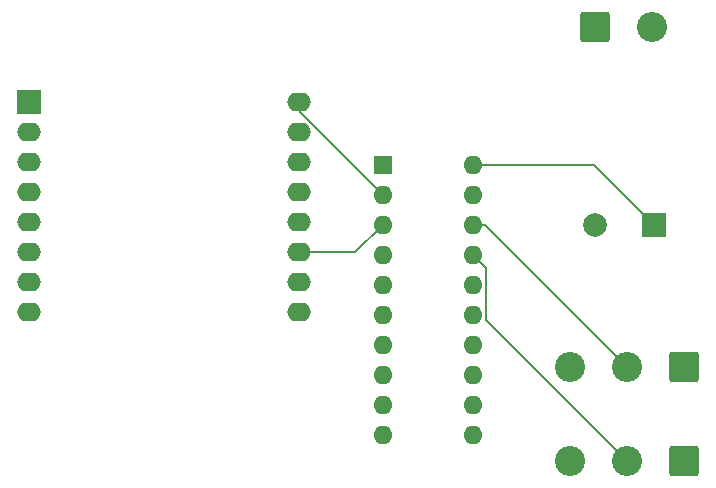
<source format=gbr>
%TF.GenerationSoftware,KiCad,Pcbnew,8.0.4*%
%TF.CreationDate,2024-09-06T23:51:22+02:00*%
%TF.ProjectId,pcb,7063622e-6b69-4636-9164-5f7063625858,rev?*%
%TF.SameCoordinates,Original*%
%TF.FileFunction,Copper,L2,Bot*%
%TF.FilePolarity,Positive*%
%FSLAX46Y46*%
G04 Gerber Fmt 4.6, Leading zero omitted, Abs format (unit mm)*
G04 Created by KiCad (PCBNEW 8.0.4) date 2024-09-06 23:51:22*
%MOMM*%
%LPD*%
G01*
G04 APERTURE LIST*
G04 Aperture macros list*
%AMRoundRect*
0 Rectangle with rounded corners*
0 $1 Rounding radius*
0 $2 $3 $4 $5 $6 $7 $8 $9 X,Y pos of 4 corners*
0 Add a 4 corners polygon primitive as box body*
4,1,4,$2,$3,$4,$5,$6,$7,$8,$9,$2,$3,0*
0 Add four circle primitives for the rounded corners*
1,1,$1+$1,$2,$3*
1,1,$1+$1,$4,$5*
1,1,$1+$1,$6,$7*
1,1,$1+$1,$8,$9*
0 Add four rect primitives between the rounded corners*
20,1,$1+$1,$2,$3,$4,$5,0*
20,1,$1+$1,$4,$5,$6,$7,0*
20,1,$1+$1,$6,$7,$8,$9,0*
20,1,$1+$1,$8,$9,$2,$3,0*%
G04 Aperture macros list end*
%TA.AperFunction,ComponentPad*%
%ADD10C,2.550000*%
%TD*%
%TA.AperFunction,ComponentPad*%
%ADD11RoundRect,0.249999X1.025001X1.025001X-1.025001X1.025001X-1.025001X-1.025001X1.025001X-1.025001X0*%
%TD*%
%TA.AperFunction,ComponentPad*%
%ADD12R,1.600000X1.600000*%
%TD*%
%TA.AperFunction,ComponentPad*%
%ADD13O,1.600000X1.600000*%
%TD*%
%TA.AperFunction,ComponentPad*%
%ADD14RoundRect,0.249999X-1.025001X-1.025001X1.025001X-1.025001X1.025001X1.025001X-1.025001X1.025001X0*%
%TD*%
%TA.AperFunction,ComponentPad*%
%ADD15R,2.000000X2.000000*%
%TD*%
%TA.AperFunction,ComponentPad*%
%ADD16O,2.000000X1.600000*%
%TD*%
%TA.AperFunction,ComponentPad*%
%ADD17C,2.000000*%
%TD*%
%TA.AperFunction,Conductor*%
%ADD18C,0.200000*%
%TD*%
G04 APERTURE END LIST*
D10*
%TO.P,GND  DAT  +5V,3,Pin_3*%
%TO.N,GND*%
X122900000Y-85500000D03*
%TO.P,GND  DAT  +5V,2,Pin_2*%
%TO.N,Net-(LED-GPIO1-Pin_2)*%
X127700000Y-85500000D03*
D11*
%TO.P,GND  DAT  +5V,1,Pin_1*%
%TO.N,+5VD*%
X132500000Y-85500000D03*
%TD*%
D12*
%TO.P,U2,1,A->B*%
%TO.N,+5VD*%
X107000000Y-68420000D03*
D13*
%TO.P,U2,2,A0*%
%TO.N,Net-(U1-TX)*%
X107000000Y-70960000D03*
%TO.P,U2,3,A1*%
%TO.N,Net-(U1-D4)*%
X107000000Y-73500000D03*
%TO.P,U2,4,A2*%
%TO.N,unconnected-(U2-A2-Pad4)*%
X107000000Y-76040000D03*
%TO.P,U2,5,A3*%
%TO.N,unconnected-(U2-A3-Pad5)*%
X107000000Y-78580000D03*
%TO.P,U2,6,A4*%
%TO.N,unconnected-(U2-A4-Pad6)*%
X107000000Y-81120000D03*
%TO.P,U2,7,A5*%
%TO.N,unconnected-(U2-A5-Pad7)*%
X107000000Y-83660000D03*
%TO.P,U2,8,A6*%
%TO.N,unconnected-(U2-A6-Pad8)*%
X107000000Y-86200000D03*
%TO.P,U2,9,A7*%
%TO.N,unconnected-(U2-A7-Pad9)*%
X107000000Y-88740000D03*
%TO.P,U2,10,GND*%
%TO.N,GND*%
X107000000Y-91280000D03*
%TO.P,U2,11,B7*%
%TO.N,unconnected-(U2-B7-Pad11)*%
X114620000Y-91280000D03*
%TO.P,U2,12,B6*%
%TO.N,unconnected-(U2-B6-Pad12)*%
X114620000Y-88740000D03*
%TO.P,U2,13,B5*%
%TO.N,unconnected-(U2-B5-Pad13)*%
X114620000Y-86200000D03*
%TO.P,U2,14,B4*%
%TO.N,unconnected-(U2-B4-Pad14)*%
X114620000Y-83660000D03*
%TO.P,U2,15,B3*%
%TO.N,unconnected-(U2-B3-Pad15)*%
X114620000Y-81120000D03*
%TO.P,U2,16,B2*%
%TO.N,unconnected-(U2-B2-Pad16)*%
X114620000Y-78580000D03*
%TO.P,U2,17,B1*%
%TO.N,Net-(LED-GPIO2-Pin_2)*%
X114620000Y-76040000D03*
%TO.P,U2,18,B0*%
%TO.N,Net-(LED-GPIO1-Pin_2)*%
X114620000Y-73500000D03*
%TO.P,U2,19,CE*%
%TO.N,GND*%
X114620000Y-70960000D03*
%TO.P,U2,20,VCC*%
%TO.N,+5VD*%
X114620000Y-68420000D03*
%TD*%
D14*
%TO.P,GND  +5V,1,Pin_1*%
%TO.N,GND*%
X125000000Y-56700000D03*
D10*
%TO.P,GND  +5V,2,Pin_2*%
%TO.N,+5VD*%
X129800000Y-56700000D03*
%TD*%
%TO.P,GND  DAT  +5V,3,Pin_3*%
%TO.N,GND*%
X122900000Y-93500000D03*
%TO.P,GND  DAT  +5V,2,Pin_2*%
%TO.N,Net-(LED-GPIO2-Pin_2)*%
X127700000Y-93500000D03*
D11*
%TO.P,GND  DAT  +5V,1,Pin_1*%
%TO.N,+5VD*%
X132500000Y-93500000D03*
%TD*%
D15*
%TO.P,U1,1,~{RST}*%
%TO.N,unconnected-(U1-~{RST}-Pad1)*%
X77055000Y-63110000D03*
D16*
%TO.P,U1,2,A0*%
%TO.N,unconnected-(U1-A0-Pad2)*%
X77055000Y-65650000D03*
%TO.P,U1,3,D0*%
%TO.N,unconnected-(U1-D0-Pad3)*%
X77055000Y-68190000D03*
%TO.P,U1,4,SCK/D5*%
%TO.N,unconnected-(U1-SCK{slash}D5-Pad4)*%
X77055000Y-70730000D03*
%TO.P,U1,5,MISO/D6*%
%TO.N,unconnected-(U1-MISO{slash}D6-Pad5)*%
X77055000Y-73270000D03*
%TO.P,U1,6,MOSI/D7*%
%TO.N,unconnected-(U1-MOSI{slash}D7-Pad6)*%
X77055000Y-75810000D03*
%TO.P,U1,7,CS/D8*%
%TO.N,unconnected-(U1-CS{slash}D8-Pad7)*%
X77055000Y-78350000D03*
%TO.P,U1,8,3V3*%
%TO.N,unconnected-(U1-3V3-Pad8)*%
X77055000Y-80890000D03*
%TO.P,U1,9,5V*%
%TO.N,+5VD*%
X99915000Y-80890000D03*
%TO.P,U1,10,GND*%
%TO.N,GND*%
X99915000Y-78350000D03*
%TO.P,U1,11,D4*%
%TO.N,Net-(U1-D4)*%
X99915000Y-75810000D03*
%TO.P,U1,12,D3*%
%TO.N,unconnected-(U1-D3-Pad12)*%
X99915000Y-73270000D03*
%TO.P,U1,13,SDA/D2*%
%TO.N,unconnected-(U1-SDA{slash}D2-Pad13)*%
X99915000Y-70730000D03*
%TO.P,U1,14,SCL/D1*%
%TO.N,unconnected-(U1-SCL{slash}D1-Pad14)*%
X99915000Y-68190000D03*
%TO.P,U1,15,RX*%
%TO.N,unconnected-(U1-RX-Pad15)*%
X99915000Y-65650000D03*
%TO.P,U1,16,TX*%
%TO.N,Net-(U1-TX)*%
X99915000Y-63110000D03*
%TD*%
D15*
%TO.P,C1,1*%
%TO.N,+5VD*%
X130000000Y-73500000D03*
D17*
%TO.P,C1,2*%
%TO.N,GND*%
X125000000Y-73500000D03*
%TD*%
D18*
%TO.N,+5VD*%
X114620000Y-68420000D02*
X124920000Y-68420000D01*
X124920000Y-68420000D02*
X130000000Y-73500000D01*
%TO.N,Net-(LED-GPIO2-Pin_2)*%
X114620000Y-76040000D02*
X115720000Y-77140000D01*
X115720000Y-77140000D02*
X115720000Y-81520000D01*
X115720000Y-81520000D02*
X127700000Y-93500000D01*
%TO.N,Net-(LED-GPIO1-Pin_2)*%
X114620000Y-73500000D02*
X115700000Y-73500000D01*
X115700000Y-73500000D02*
X127700000Y-85500000D01*
%TO.N,Net-(U1-TX)*%
X99915000Y-63415000D02*
X100000000Y-63500000D01*
X99915000Y-63110000D02*
X99915000Y-63415000D01*
X100000000Y-63500000D02*
X100000000Y-63960000D01*
X100000000Y-63960000D02*
X107000000Y-70960000D01*
%TO.N,Net-(U1-D4)*%
X99915000Y-75810000D02*
X104690000Y-75810000D01*
X104690000Y-75810000D02*
X107000000Y-73500000D01*
%TD*%
M02*

</source>
